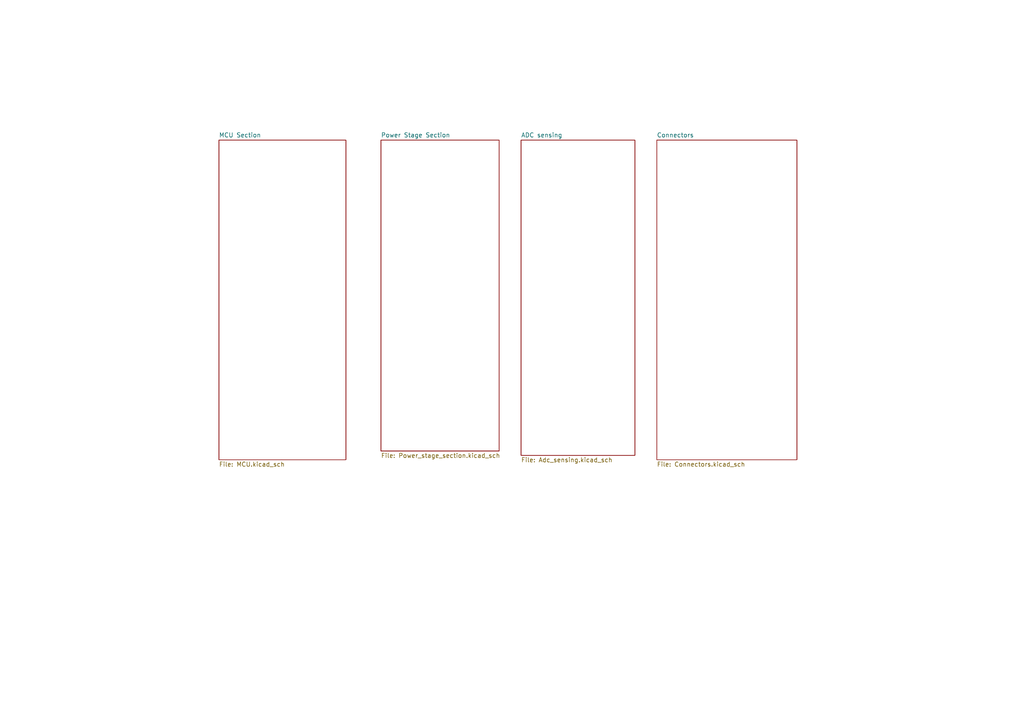
<source format=kicad_sch>
(kicad_sch
	(version 20250114)
	(generator "eeschema")
	(generator_version "9.0")
	(uuid "8bff22cb-9bb1-47e8-8b56-bb93bafcd2ef")
	(paper "A4")
	(title_block
		(title "SYNCHRONOUS BUCK CONVERTER PROJECT")
	)
	(lib_symbols)
	(sheet
		(at 63.5 40.64)
		(size 36.83 92.71)
		(exclude_from_sim no)
		(in_bom yes)
		(on_board yes)
		(dnp no)
		(fields_autoplaced yes)
		(stroke
			(width 0.1524)
			(type solid)
		)
		(fill
			(color 0 0 0 0.0000)
		)
		(uuid "181d2e3d-9838-4d2f-9939-b70e6aaea26c")
		(property "Sheetname" "MCU Section"
			(at 63.5 39.9284 0)
			(effects
				(font
					(size 1.27 1.27)
				)
				(justify left bottom)
			)
		)
		(property "Sheetfile" "MCU.kicad_sch"
			(at 63.5 133.9346 0)
			(effects
				(font
					(size 1.27 1.27)
				)
				(justify left top)
			)
		)
		(instances
			(project "Power electronics converter"
				(path "/8bff22cb-9bb1-47e8-8b56-bb93bafcd2ef"
					(page "2")
				)
			)
		)
	)
	(sheet
		(at 151.13 40.64)
		(size 33.02 91.44)
		(exclude_from_sim no)
		(in_bom yes)
		(on_board yes)
		(dnp no)
		(fields_autoplaced yes)
		(stroke
			(width 0.1524)
			(type solid)
		)
		(fill
			(color 0 0 0 0.0000)
		)
		(uuid "3fd8f6e7-9678-403d-8d1b-7d0f1047090c")
		(property "Sheetname" "ADC sensing"
			(at 151.13 39.9284 0)
			(effects
				(font
					(size 1.27 1.27)
				)
				(justify left bottom)
			)
		)
		(property "Sheetfile" "Adc_sensing.kicad_sch"
			(at 151.13 132.6646 0)
			(effects
				(font
					(size 1.27 1.27)
				)
				(justify left top)
			)
		)
		(instances
			(project "Power electronics converter"
				(path "/8bff22cb-9bb1-47e8-8b56-bb93bafcd2ef"
					(page "4")
				)
			)
		)
	)
	(sheet
		(at 190.5 40.64)
		(size 40.64 92.71)
		(exclude_from_sim no)
		(in_bom yes)
		(on_board yes)
		(dnp no)
		(fields_autoplaced yes)
		(stroke
			(width 0.1524)
			(type solid)
		)
		(fill
			(color 0 0 0 0.0000)
		)
		(uuid "46845ab1-1a5d-46d8-bd72-b2aa0ae476d1")
		(property "Sheetname" "Connectors"
			(at 190.5 39.9284 0)
			(effects
				(font
					(size 1.27 1.27)
				)
				(justify left bottom)
			)
		)
		(property "Sheetfile" "Connectors.kicad_sch"
			(at 190.5 133.9346 0)
			(effects
				(font
					(size 1.27 1.27)
				)
				(justify left top)
			)
		)
		(instances
			(project "Power electronics converter"
				(path "/8bff22cb-9bb1-47e8-8b56-bb93bafcd2ef"
					(page "5")
				)
			)
		)
	)
	(sheet
		(at 110.49 40.64)
		(size 34.29 90.17)
		(exclude_from_sim no)
		(in_bom yes)
		(on_board yes)
		(dnp no)
		(fields_autoplaced yes)
		(stroke
			(width 0.1524)
			(type solid)
		)
		(fill
			(color 0 0 0 0.0000)
		)
		(uuid "786ad597-14f6-4422-adbf-29cf6da35805")
		(property "Sheetname" "Power Stage Section"
			(at 110.49 39.9284 0)
			(effects
				(font
					(size 1.27 1.27)
				)
				(justify left bottom)
			)
		)
		(property "Sheetfile" "Power_stage_section.kicad_sch"
			(at 110.49 131.3946 0)
			(effects
				(font
					(size 1.27 1.27)
				)
				(justify left top)
			)
		)
		(instances
			(project "Power electronics converter"
				(path "/8bff22cb-9bb1-47e8-8b56-bb93bafcd2ef"
					(page "3")
				)
			)
		)
	)
	(sheet_instances
		(path "/"
			(page "1")
		)
	)
	(embedded_fonts no)
)

</source>
